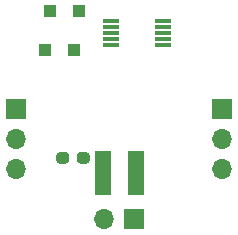
<source format=gbr>
%TF.GenerationSoftware,KiCad,Pcbnew,5.99.0+really5.1.10+dfsg1-1*%
%TF.CreationDate,2021-11-14T15:35:52+01:00*%
%TF.ProjectId,GBPOCKET_DCDC,4742504f-434b-4455-945f-444344432e6b,Rev1*%
%TF.SameCoordinates,PX7102aa0PY5f5e100*%
%TF.FileFunction,Soldermask,Bot*%
%TF.FilePolarity,Negative*%
%FSLAX46Y46*%
G04 Gerber Fmt 4.6, Leading zero omitted, Abs format (unit mm)*
G04 Created by KiCad (PCBNEW 5.99.0+really5.1.10+dfsg1-1) date 2021-11-14 15:35:52*
%MOMM*%
%LPD*%
G01*
G04 APERTURE LIST*
%ADD10O,1.700000X1.700000*%
%ADD11R,1.700000X1.700000*%
%ADD12R,1.400000X0.300000*%
%ADD13R,1.400000X3.800000*%
%ADD14R,1.000000X1.000000*%
G04 APERTURE END LIST*
D10*
%TO.C,J3*%
X8730000Y1200000D03*
D11*
X11270000Y1200000D03*
%TD*%
%TO.C,C13*%
G36*
G01*
X5775000Y6637500D02*
X5775000Y6162500D01*
G75*
G02*
X5537500Y5925000I-237500J0D01*
G01*
X4937500Y5925000D01*
G75*
G02*
X4700000Y6162500I0J237500D01*
G01*
X4700000Y6637500D01*
G75*
G02*
X4937500Y6875000I237500J0D01*
G01*
X5537500Y6875000D01*
G75*
G02*
X5775000Y6637500I0J-237500D01*
G01*
G37*
G36*
G01*
X7500000Y6637500D02*
X7500000Y6162500D01*
G75*
G02*
X7262500Y5925000I-237500J0D01*
G01*
X6662500Y5925000D01*
G75*
G02*
X6425000Y6162500I0J237500D01*
G01*
X6425000Y6637500D01*
G75*
G02*
X6662500Y6875000I237500J0D01*
G01*
X7262500Y6875000D01*
G75*
G02*
X7500000Y6637500I0J-237500D01*
G01*
G37*
%TD*%
D10*
%TO.C,J2*%
X1250000Y5500000D03*
X1250000Y8040000D03*
D11*
X1250000Y10580000D03*
%TD*%
D12*
%TO.C,U2*%
X13700000Y16000000D03*
X13700000Y16500000D03*
X13700000Y17000000D03*
X13700000Y17500000D03*
X13700000Y18000000D03*
X9300000Y18000000D03*
X9300000Y17500000D03*
X9300000Y17000000D03*
X9300000Y16500000D03*
X9300000Y16000000D03*
%TD*%
D13*
%TO.C,L1*%
X11400000Y5100000D03*
X8600000Y5100000D03*
%TD*%
D10*
%TO.C,J1*%
X18750000Y5500000D03*
X18750000Y8040000D03*
D11*
X18750000Y10580000D03*
%TD*%
D14*
%TO.C,D2*%
X6650000Y18800000D03*
X4150000Y18800000D03*
%TD*%
%TO.C,D1*%
X6200000Y15500000D03*
X3700000Y15500000D03*
%TD*%
M02*

</source>
